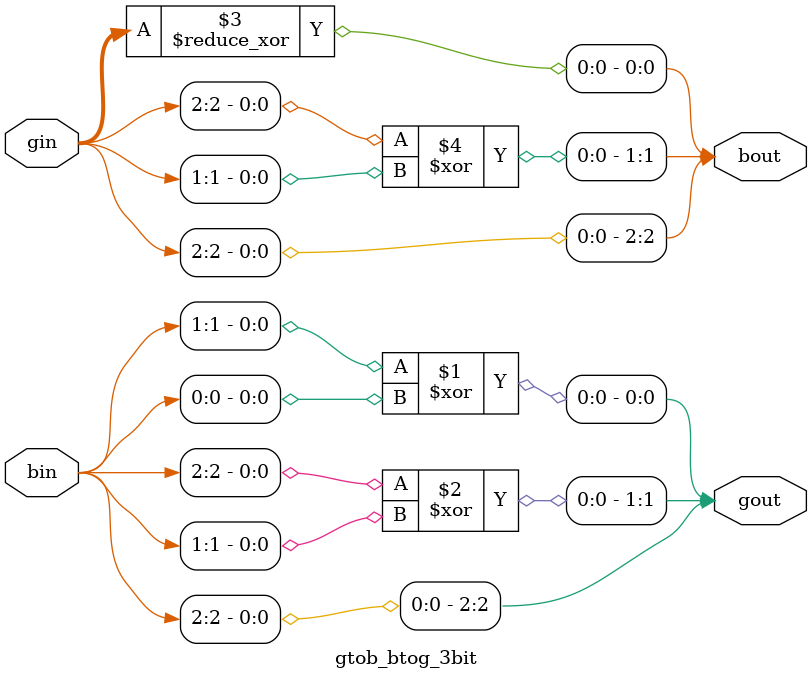
<source format=v>
`timescale 1ns / 1ps
module gtob_btog_3bit(gout,bout, bin, gin);
	input [2:0]bin, gin;
	output [2:0]gout, bout;
	
	assign gout = {bin[2], bin[2]^bin[1],bin[1]^bin[0]};
	assign bout = {gin[2], gin[2]^gin[1],^gin};

endmodule

</source>
